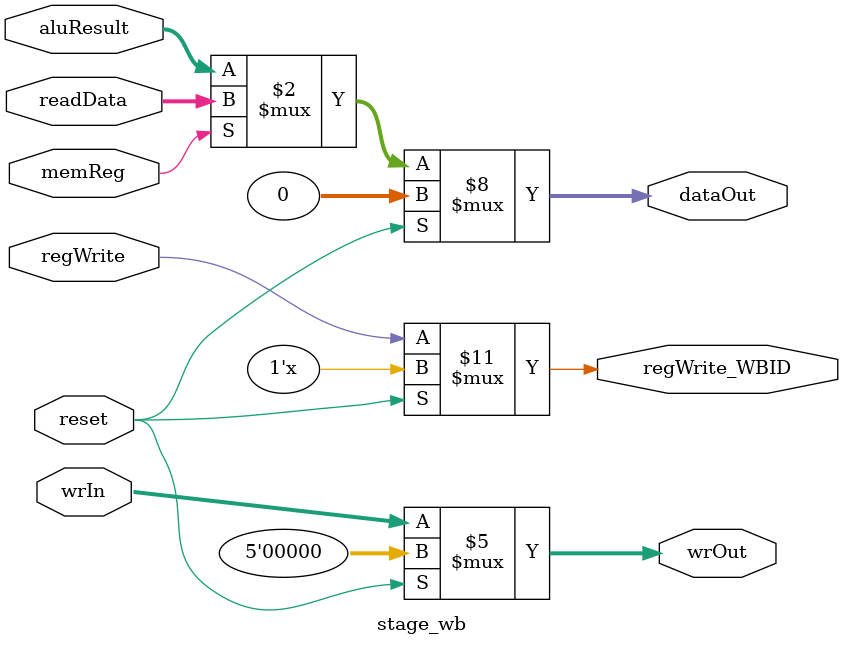
<source format=v>
`timescale 1ns / 1ps

module stage_wb(input [31:0] readData,
					 input [31:0] aluResult,
					 input memReg,
					 input regWrite,
					 input [4:0] wrIn,
					 input reset,
					 output reg regWrite_WBID,
					 output reg [31:0] dataOut,
					 output reg [4:0] wrOut
    );

initial regWrite_WBID = 0;
always @(*)
	begin
		if (reset) begin
			dataOut = 0;
			wrOut = 0;
		end
		else begin
			dataOut = memReg ? readData : aluResult;
			wrOut = wrIn;
			regWrite_WBID = regWrite;
		end
	end

endmodule

</source>
